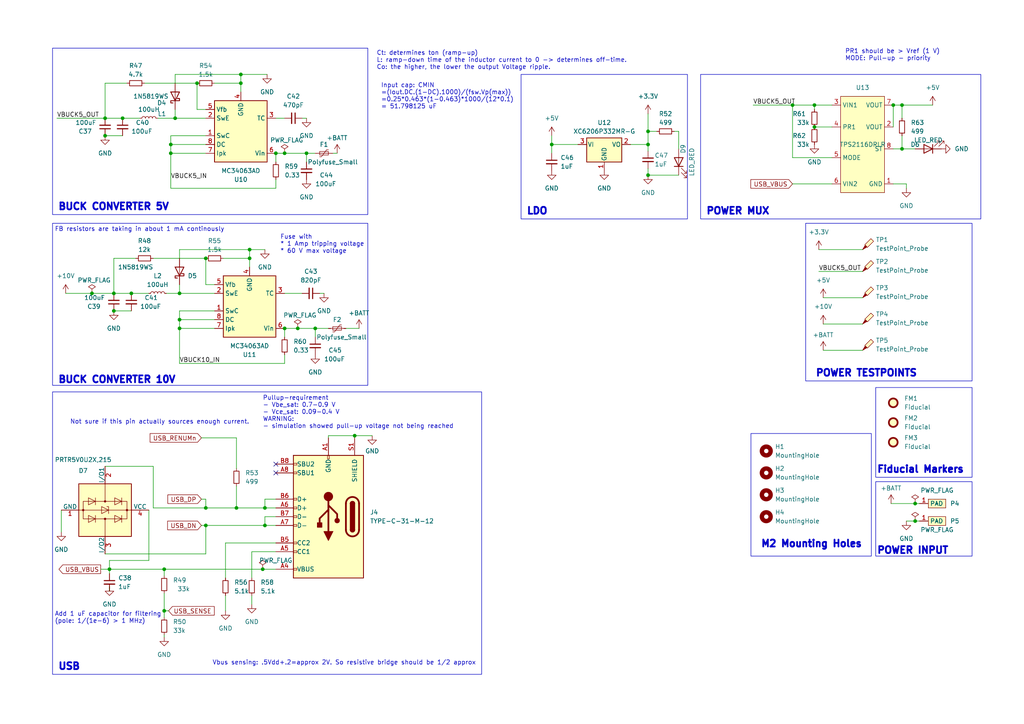
<source format=kicad_sch>
(kicad_sch (version 20231120) (generator "eeschema") (generator_version "8.0")
  (paper "A4")
  (title_block (title "BLDC Driver Project") (rev "1.0") (company "IW"))
  (lib_symbols
    (symbol "Connector:TestPoint_Probe" (pin_numbers hide) (pin_names (offset 0.762) hide)
      (property "Reference" "TP" (at 1.651 5.842 0))
      (property "Value" "TestPoint_Probe" (at 1.651 4.064 0))
      (symbol "TestPoint_Probe_1_1"
        (pin passive line (at 0 0 90) (length 0) (name "1") (number "1"))
      )
    )
    (symbol "Connector:USB_C_Receptacle_USB2.0_16P" (pin_names (offset 1.016))
      (property "Reference" "J" (at 0 22.225 0))
      (property "Value" "USB_C_Receptacle_USB2.0_16P" (at 0 19.685 0))
      (symbol "USB_C_Receptacle_USB2.0_16P_1_1"
        (pin passive line (at 0 -22.86 90) (length 5.08) (name "GND") (number "A1"))
        (pin passive line (at 0 -22.86 90) (length 5.08) hide (name "GND") (number "A12"))
        (pin passive line (at 15.24 15.24 180) (length 5.08) (name "VBUS") (number "A4"))
        (pin bidirectional line (at 15.24 10.16 180) (length 5.08) (name "CC1") (number "A5"))
        (pin bidirectional line (at 15.24 -2.54 180) (length 5.08) (name "D+") (number "A6"))
        (pin bidirectional line (at 15.24 2.54 180) (length 5.08) (name "D-") (number "A7"))
        (pin bidirectional line (at 15.24 -12.7 180) (length 5.08) (name "SBU1") (number "A8"))
        (pin passive line (at 15.24 15.24 180) (length 5.08) hide (name "VBUS") (number "A9"))
        (pin passive line (at 0 -22.86 90) (length 5.08) hide (name "GND") (number "B1"))
        (pin passive line (at 0 -22.86 90) (length 5.08) hide (name "GND") (number "B12"))
        (pin passive line (at 15.24 15.24 180) (length 5.08) hide (name "VBUS") (number "B4"))
        (pin bidirectional line (at 15.24 7.62 180) (length 5.08) (name "CC2") (number "B5"))
        (pin bidirectional line (at 15.24 -5.08 180) (length 5.08) (name "D+") (number "B6"))
        (pin bidirectional line (at 15.24 0 180) (length 5.08) (name "D-") (number "B7"))
        (pin bidirectional line (at 15.24 -15.24 180) (length 5.08) (name "SBU2") (number "B8"))
        (pin passive line (at 15.24 15.24 180) (length 5.08) hide (name "VBUS") (number "B9"))
        (pin passive line (at -7.62 -22.86 90) (length 5.08) (name "SHIELD") (number "S1"))
      )
    )
    (symbol "Device:C_Small" (pin_numbers hide) (pin_names (offset 0.254) hide)
      (property "Reference" "C" (at 0.254 1.778 0))
      (property "Value" "C_Small" (at 0.254 -2.032 0))
      (symbol "C_Small_1_1"
        (pin passive line (at 0 2.54 270) (length 2.032) (name "~") (number "1"))
        (pin passive line (at 0 -2.54 90) (length 2.032) (name "~") (number "2"))
      )
    )
    (symbol "Device:LED" (pin_numbers hide) (pin_names (offset 1.016) hide)
      (property "Reference" "D" (at 0 2.54 0))
      (property "Value" "LED" (at 0 -2.54 0))
      (symbol "LED_1_1"
        (pin passive line (at -3.81 0 0) (length 2.54) (name "K") (number "1"))
        (pin passive line (at 3.81 0 180) (length 2.54) (name "A") (number "2"))
      )
    )
    (symbol "Device:L_Small" (pin_numbers hide) (pin_names (offset 0.254) hide)
      (property "Reference" "L" (at 0.762 1.016 0))
      (property "Value" "L_Small" (at 0.762 -1.016 0))
      (symbol "L_Small_1_1"
        (pin passive line (at 0 2.54 270) (length 0.508) (name "~") (number "1"))
        (pin passive line (at 0 -2.54 90) (length 0.508) (name "~") (number "2"))
      )
    )
    (symbol "Device:Polyfuse_Small" (pin_numbers hide) (pin_names (offset 0))
      (property "Reference" "F" (at -1.905 0 90))
      (property "Value" "Polyfuse_Small" (at 1.905 0 90))
      (symbol "Polyfuse_Small_1_1"
        (pin passive line (at 0 2.54 270) (length 0.635) (name "~") (number "1"))
        (pin passive line (at 0 -2.54 90) (length 0.635) (name "~") (number "2"))
      )
    )
    (symbol "Device:R_Small" (pin_numbers hide) (pin_names (offset 0.254) hide)
      (property "Reference" "R" (at 0.762 0.508 0))
      (property "Value" "R_Small" (at 0.762 -1.016 0))
      (symbol "R_Small_1_1"
        (pin passive line (at 0 2.54 270) (length 0.762) (name "~") (number "1"))
        (pin passive line (at 0 -2.54 90) (length 0.762) (name "~") (number "2"))
      )
    )
    (symbol "Diode:1N5819" (pin_numbers hide) (pin_names (offset 1.016) hide)
      (property "Reference" "D" (at 0 2.54 0))
      (property "Value" "1N5819" (at 0 -2.54 0))
      (symbol "1N5819_1_1"
        (pin passive line (at -3.81 0 0) (length 2.54) (name "K") (number "1"))
        (pin passive line (at 3.81 0 180) (length 2.54) (name "A") (number "2"))
      )
    )
    (symbol "Mechanical:Fiducial"
      (property "Reference" "FID" (at 0 5.08 0))
      (property "Value" "Fiducial" (at 0 3.175 0))
    )
    (symbol "Mechanical:MountingHole" (pin_names (offset 1.016))
      (property "Reference" "H" (at 0 5.08 0))
      (property "Value" "MountingHole" (at 0 3.175 0))
    )
    (symbol "Power_Protection:PRTR5V0U2X" (pin_names (offset 0))
      (property "Reference" "D" (at 2.794 8.636 0))
      (property "Value" "PRTR5V0U2X" (at 8.128 -9.398 0))
      (symbol "PRTR5V0U2X_1_1"
        (pin passive line (at 0 -12.7 90) (length 5.08) (name "GND") (number "1"))
        (pin passive line (at -12.7 0 0) (length 5.08) (name "I/O1") (number "2"))
        (pin passive line (at 12.7 0 180) (length 5.08) (name "I/O2") (number "3"))
        (pin passive line (at 0 12.7 270) (length 5.08) (name "VCC") (number "4"))
      )
    )
    (symbol "Regulator_Linear:XC6206PxxxMR" (pin_names (offset 0.254))
      (property "Reference" "U" (at -3.81 3.175 0))
      (property "Value" "XC6206PxxxMR" (at 0 3.175 0))
      (symbol "XC6206PxxxMR_1_1"
        (pin power_in line (at 0 -7.62 90) (length 2.54) (name "GND") (number "1"))
        (pin power_out line (at 7.62 0 180) (length 2.54) (name "VO") (number "2"))
        (pin power_in line (at -7.62 0 0) (length 2.54) (name "VI") (number "3"))
      )
    )
    (symbol "Regulator_Switching:MC34063AD"
      (property "Reference" "U" (at -7.62 8.89 0))
      (property "Value" "MC34063AD" (at 0 8.89 0))
      (symbol "MC34063AD_1_1"
        (pin open_collector line (at 10.16 0 180) (length 2.54) (name "SwC") (number "1"))
        (pin open_emitter line (at 10.16 -5.08 180) (length 2.54) (name "SwE") (number "2"))
        (pin passive line (at -10.16 -5.08 0) (length 2.54) (name "TC") (number "3"))
        (pin power_in line (at 0 -12.7 90) (length 2.54) (name "GND") (number "4"))
        (pin input line (at 10.16 -7.62 180) (length 2.54) (name "Vfb") (number "5"))
        (pin power_in line (at -10.16 5.08 0) (length 2.54) (name "Vin") (number "6"))
        (pin input line (at 10.16 5.08 180) (length 2.54) (name "Ipk") (number "7"))
        (pin open_collector line (at 10.16 2.54 180) (length 2.54) (name "DC") (number "8"))
      )
    )
    (symbol "bldc:TPS2116"
      (property "Reference" "U" (at 0 0 0))
      (symbol "TPS2116_1_1"
        (pin power_in line (at 8.89 -11.43 180) (length 2.54) (name "GND") (number "1"))
        (pin passive line (at 8.89 5.08 180) (length 2.54) (name "VOUT") (number "2"))
        (pin power_out line (at -8.89 11.43 0) (length 2.54) (name "VIN1") (number "3"))
        (pin input line (at -8.89 5.08 0) (length 2.54) (name "PR1") (number "4"))
        (pin input line (at -8.89 -3.81 0) (length 2.54) (name "MODE") (number "5"))
        (pin power_in line (at -8.89 -11.43 0) (length 2.54) (name "VIN2") (number "6"))
        (pin power_out line (at 8.89 11.43 180) (length 2.54) (name "VOUT") (number "7"))
        (pin output line (at 8.89 -1.27 180) (length 2.54) (name "ST") (number "8"))
      )
    )
    (symbol "bldc:pad"
      (property "Reference" "P" (at -2.54 2.54 0))
      (symbol "pad_1_1"
        (pin input line (at -5.08 0 0) (length 2.54) (name "PAD") (number "1"))
      )
    )
    (symbol "power:+10V" (power) (pin_names (offset 0))
      (property "Value" "+10V" (at 0 3.556 0))
      (symbol "+10V_1_1"
        (pin power_in line (at 0 0 90) (length 0) hide (name "+10V") (number "1"))
      )
    )
    (symbol "power:+3.3V" (power) (pin_names (offset 0))
      (property "Value" "+3.3V" (at 0 3.556 0))
      (symbol "+3.3V_1_1"
        (pin power_in line (at 0 0 90) (length 0) hide (name "+3.3V") (number "1"))
      )
    )
    (symbol "power:+5V" (power) (pin_names (offset 0))
      (property "Value" "+5V" (at 0 3.556 0))
      (symbol "+5V_1_1"
        (pin power_in line (at 0 0 90) (length 0) hide (name "+5V") (number "1"))
      )
    )
    (symbol "power:+BATT" (power) (pin_names (offset 0))
      (property "Value" "+BATT" (at 0 3.556 0))
      (symbol "+BATT_1_1"
        (pin power_in line (at 0 0 90) (length 0) hide (name "+BATT") (number "1"))
      )
    )
    (symbol "power:GND" (power) (pin_names (offset 0))
      (property "Value" "GND" (at 0 -3.81 0))
      (symbol "GND_1_1"
        (pin power_in line (at 0 0 270) (length 0) hide (name "GND") (number "1"))
      )
    )
    (symbol "power:PWR_FLAG" (power) (pin_numbers hide) (pin_names (offset 0) hide)
      (property "Value" "PWR_FLAG" (at 0 3.81 0))
      (symbol "PWR_FLAG_0_0"
        (pin power_out line (at 0 0 90) (length 0) (name "pwr") (number "1"))
      )
    )
  )
  (junction (at 102.87 126.365))
  (junction (at 187.96 41.91))
  (junction (at 236.22 30.48))
  (junction (at 38.1 85.09))
  (junction (at 76.2 165.1))
  (junction (at 80.01 44.45))
  (junction (at 35.56 34.29))
  (junction (at 49.53 44.45))
  (junction (at 47.625 177.165))
  (junction (at 49.53 41.91))
  (junction (at 52.07 92.71))
  (junction (at 229.87 30.48))
  (junction (at 261.62 43.18))
  (junction (at 265.43 151.13))
  (junction (at 47.625 165.1))
  (junction (at 259.08 30.48))
  (junction (at 26.67 85.09))
  (junction (at 82.55 95.25))
  (junction (at 72.39 72.39))
  (junction (at 72.39 74.93))
  (junction (at 86.36 95.25))
  (junction (at 59.69 74.93))
  (junction (at 265.43 146.05))
  (junction (at 52.07 95.25))
  (junction (at 261.62 30.48))
  (junction (at 88.9 44.45))
  (junction (at 68.58 147.32))
  (junction (at 76.835 152.4))
  (junction (at 33.02 90.17))
  (junction (at 187.96 50.8))
  (junction (at 160.02 41.91))
  (junction (at 82.55 44.45))
  (junction (at 69.85 24.13))
  (junction (at 59.69 147.32))
  (junction (at 31.75 165.1))
  (junction (at 59.69 152.4))
  (junction (at 30.48 34.29))
  (junction (at 76.835 147.32))
  (junction (at 236.22 36.83))
  (junction (at 30.48 39.37))
  (junction (at 50.8 34.29))
  (junction (at 187.96 38.1))
  (junction (at 52.07 85.09))
  (junction (at 69.85 21.59))
  (junction (at 33.02 85.09))
  (junction (at 91.44 95.25))
  (junction (at 57.15 24.13))
  (no_connect (at 80.01 137.16))
  (no_connect (at 80.01 134.62))
  (wire (pts (xy 167.64 41.91) (xy 160.02 41.91)))
  (wire (pts (xy 80.01 44.45) (xy 80.01 46.99)))
  (wire (pts (xy 265.43 151.13) (xy 262.89 151.13)))
  (wire (pts (xy 52.07 85.09) (xy 62.23 85.09)))
  (wire (pts (xy 52.07 82.55) (xy 52.07 85.09)))
  (wire (pts (xy 58.42 152.4) (xy 59.69 152.4)))
  (wire (pts (xy 88.9 46.99) (xy 88.9 44.45)))
  (wire (pts (xy 68.58 147.32) (xy 76.835 147.32)))
  (wire (pts (xy 82.55 85.09) (xy 87.63 85.09)))
  (wire (pts (xy 65.405 157.48) (xy 65.405 167.64)))
  (wire (pts (xy 49.53 44.45) (xy 49.53 54.61)))
  (wire (pts (xy 52.07 95.25) (xy 62.23 95.25)))
  (wire (pts (xy 102.87 126.365) (xy 107.95 126.365)))
  (wire (pts (xy 92.71 85.09) (xy 93.98 85.09)))
  (wire (pts (xy 50.8 34.29) (xy 59.69 34.29)))
  (wire (pts (xy 64.77 74.93) (xy 72.39 74.93)))
  (wire (pts (xy 59.69 147.32) (xy 68.58 147.32)))
  (wire (pts (xy 39.37 74.93) (xy 33.02 74.93)))
  (wire (pts (xy 52.07 95.25) (xy 52.07 92.71)))
  (wire (pts (xy 31.75 171.45) (xy 31.75 170.18)))
  (wire (pts (xy 52.07 92.71) (xy 52.07 90.17)))
  (wire (pts (xy 49.53 44.45) (xy 49.53 41.91)))
  (wire (pts (xy 30.48 24.13) (xy 30.48 34.29)))
  (wire (pts (xy 241.3 45.72) (xy 229.87 45.72)))
  (wire (pts (xy 58.42 127) (xy 68.58 127)))
  (wire (pts (xy 44.45 147.32) (xy 59.69 147.32)))
  (wire (pts (xy 69.85 24.13) (xy 69.85 26.67)))
  (wire (pts (xy 49.53 39.37) (xy 59.69 39.37)))
  (wire (pts (xy 261.62 30.48) (xy 261.62 34.29)))
  (wire (pts (xy 19.05 85.09) (xy 26.67 85.09)))
  (wire (pts (xy 77.47 21.59) (xy 69.85 21.59)))
  (wire (pts (xy 31.75 165.1) (xy 47.625 165.1)))
  (wire (pts (xy 237.49 78.74) (xy 250.19 78.74)))
  (wire (pts (xy 49.53 41.91) (xy 59.69 41.91)))
  (wire (pts (xy 80.01 165.1) (xy 76.2 165.1)))
  (wire (pts (xy 48.895 177.165) (xy 47.625 177.165)))
  (wire (pts (xy 52.07 92.71) (xy 62.23 92.71)))
  (wire (pts (xy 100.33 95.25) (xy 104.14 95.25)))
  (wire (pts (xy 52.07 105.41) (xy 52.07 95.25)))
  (wire (pts (xy 73.025 160.02) (xy 80.01 160.02)))
  (wire (pts (xy 57.15 24.13) (xy 57.15 31.75)))
  (wire (pts (xy 52.07 90.17) (xy 62.23 90.17)))
  (wire (pts (xy 261.62 43.18) (xy 265.43 43.18)))
  (wire (pts (xy 30.48 39.37) (xy 35.56 39.37)))
  (wire (pts (xy 196.85 38.1) (xy 195.58 38.1)))
  (wire (pts (xy 266.7 151.13) (xy 265.43 151.13)))
  (wire (pts (xy 49.53 41.91) (xy 49.53 39.37)))
  (wire (pts (xy 73.025 160.02) (xy 73.025 167.64)))
  (wire (pts (xy 16.51 34.29) (xy 30.48 34.29)))
  (wire (pts (xy 229.87 45.72) (xy 229.87 30.48)))
  (wire (pts (xy 49.53 44.45) (xy 59.69 44.45)))
  (wire (pts (xy 160.02 41.91) (xy 160.02 44.45)))
  (wire (pts (xy 62.23 82.55) (xy 59.69 82.55)))
  (wire (pts (xy 80.01 157.48) (xy 65.405 157.48)))
  (wire (pts (xy 50.8 21.59) (xy 69.85 21.59)))
  (wire (pts (xy 261.62 43.18) (xy 259.08 43.18)))
  (wire (pts (xy 43.18 162.56) (xy 31.75 162.56)))
  (wire (pts (xy 187.96 48.895) (xy 187.96 50.8)))
  (wire (pts (xy 30.48 34.29) (xy 35.56 34.29)))
  (wire (pts (xy 86.36 95.25) (xy 91.44 95.25)))
  (wire (pts (xy 187.96 38.1) (xy 187.96 41.91)))
  (wire (pts (xy 33.02 85.09) (xy 38.1 85.09)))
  (wire (pts (xy 82.55 95.25) (xy 82.55 97.79)))
  (wire (pts (xy 45.72 34.29) (xy 50.8 34.29)))
  (wire (pts (xy 259.08 30.48) (xy 259.08 36.83)))
  (wire (pts (xy 36.83 24.13) (xy 30.48 24.13)))
  (wire (pts (xy 47.625 172.085) (xy 47.625 177.165)))
  (wire (pts (xy 250.19 93.98) (xy 238.76 93.98)))
  (wire (pts (xy 47.625 177.165) (xy 47.625 179.07)))
  (wire (pts (xy 95.25 95.25) (xy 91.44 95.25)))
  (wire (pts (xy 82.55 95.25) (xy 86.36 95.25)))
  (wire (pts (xy 59.69 144.78) (xy 59.69 147.32)))
  (wire (pts (xy 59.69 74.93) (xy 59.69 82.55)))
  (wire (pts (xy 95.25 126.365) (xy 102.87 126.365)))
  (wire (pts (xy 259.08 30.48) (xy 261.62 30.48)))
  (wire (pts (xy 47.625 184.785) (xy 47.625 184.15)))
  (wire (pts (xy 236.22 30.48) (xy 236.22 31.75)))
  (wire (pts (xy 76.835 144.78) (xy 76.835 147.32)))
  (wire (pts (xy 35.56 34.29) (xy 40.64 34.29)))
  (wire (pts (xy 33.02 74.93) (xy 33.02 85.09)))
  (wire (pts (xy 41.91 24.13) (xy 57.15 24.13)))
  (wire (pts (xy 59.69 160.655) (xy 59.69 152.4)))
  (wire (pts (xy 250.19 86.36) (xy 238.76 86.36)))
  (wire (pts (xy 33.02 90.17) (xy 38.1 90.17)))
  (wire (pts (xy 259.08 53.34) (xy 262.89 53.34)))
  (wire (pts (xy 236.22 36.83) (xy 241.3 36.83)))
  (wire (pts (xy 187.96 50.8) (xy 196.85 50.8)))
  (wire (pts (xy 52.07 105.41) (xy 82.55 105.41)))
  (wire (pts (xy 58.42 144.78) (xy 59.69 144.78)))
  (wire (pts (xy 237.49 72.39) (xy 250.19 72.39)))
  (wire (pts (xy 50.8 31.75) (xy 50.8 34.29)))
  (wire (pts (xy 187.96 41.91) (xy 187.96 43.815)))
  (wire (pts (xy 96.52 44.45) (xy 97.79 44.45)))
  (wire (pts (xy 250.19 101.6) (xy 238.76 101.6)))
  (wire (pts (xy 49.53 54.61) (xy 80.01 54.61)))
  (wire (pts (xy 73.025 172.72) (xy 73.025 175.26)))
  (wire (pts (xy 160.02 39.37) (xy 160.02 41.91)))
  (wire (pts (xy 102.87 126.365) (xy 102.87 127)))
  (wire (pts (xy 44.45 135.255) (xy 44.45 147.32)))
  (wire (pts (xy 59.69 31.75) (xy 57.15 31.75)))
  (wire (pts (xy 38.1 85.09) (xy 43.18 85.09)))
  (wire (pts (xy 44.45 74.93) (xy 59.69 74.93)))
  (wire (pts (xy 91.44 97.79) (xy 91.44 95.25)))
  (wire (pts (xy 17.78 154.305) (xy 17.78 147.955)))
  (wire (pts (xy 82.55 44.45) (xy 88.9 44.45)))
  (wire (pts (xy 65.405 172.72) (xy 65.405 177.165)))
  (wire (pts (xy 48.26 85.09) (xy 52.07 85.09)))
  (wire (pts (xy 26.67 85.09) (xy 33.02 85.09)))
  (wire (pts (xy 261.62 39.37) (xy 261.62 43.18)))
  (wire (pts (xy 69.85 21.59) (xy 69.85 24.13)))
  (wire (pts (xy 87.63 34.29) (xy 88.9 34.29)))
  (wire (pts (xy 76.835 152.4) (xy 80.01 152.4)))
  (wire (pts (xy 62.23 24.13) (xy 69.85 24.13)))
  (wire (pts (xy 88.9 44.45) (xy 91.44 44.45)))
  (wire (pts (xy 196.85 38.1) (xy 196.85 43.18)))
  (wire (pts (xy 82.55 102.87) (xy 82.55 105.41)))
  (wire (pts (xy 47.625 165.1) (xy 47.625 167.005)))
  (wire (pts (xy 31.75 162.56) (xy 31.75 165.1)))
  (wire (pts (xy 80.01 44.45) (xy 82.55 44.45)))
  (wire (pts (xy 218.44 30.48) (xy 229.87 30.48)))
  (wire (pts (xy 236.22 30.48) (xy 241.3 30.48)))
  (wire (pts (xy 187.96 33.02) (xy 187.96 38.1)))
  (wire (pts (xy 187.96 38.1) (xy 190.5 38.1)))
  (wire (pts (xy 59.69 152.4) (xy 76.835 152.4)))
  (wire (pts (xy 76.835 147.32) (xy 80.01 147.32)))
  (wire (pts (xy 68.58 127) (xy 68.58 135.89)))
  (wire (pts (xy 50.8 24.13) (xy 50.8 21.59)))
  (wire (pts (xy 76.835 149.86) (xy 76.835 152.4)))
  (wire (pts (xy 31.75 166.37) (xy 31.75 165.1)))
  (wire (pts (xy 43.18 147.955) (xy 43.18 162.56)))
  (wire (pts (xy 182.88 41.91) (xy 187.96 41.91)))
  (wire (pts (xy 80.01 149.86) (xy 76.835 149.86)))
  (wire (pts (xy 266.7 146.05) (xy 265.43 146.05)))
  (wire (pts (xy 29.21 165.1) (xy 31.75 165.1)))
  (wire (pts (xy 72.39 72.39) (xy 72.39 74.93)))
  (wire (pts (xy 229.87 30.48) (xy 236.22 30.48)))
  (wire (pts (xy 76.835 72.39) (xy 72.39 72.39)))
  (wire (pts (xy 229.87 53.34) (xy 241.3 53.34)))
  (wire (pts (xy 52.07 72.39) (xy 72.39 72.39)))
  (wire (pts (xy 258.445 146.05) (xy 265.43 146.05)))
  (wire (pts (xy 52.07 74.93) (xy 52.07 72.39)))
  (wire (pts (xy 30.48 160.655) (xy 59.69 160.655)))
  (wire (pts (xy 80.01 34.29) (xy 82.55 34.29)))
  (wire (pts (xy 80.01 144.78) (xy 76.835 144.78)))
  (wire (pts (xy 262.89 53.34) (xy 262.89 54.61)))
  (wire (pts (xy 95.25 126.365) (xy 95.25 127)))
  (wire (pts (xy 30.48 135.255) (xy 44.45 135.255)))
  (wire (pts (xy 76.2 165.1) (xy 47.625 165.1)))
  (wire (pts (xy 270.51 30.48) (xy 261.62 30.48)))
  (wire (pts (xy 72.39 74.93) (xy 72.39 77.47)))
  (wire (pts (xy 80.01 52.07) (xy 80.01 54.61)))
  (wire (pts (xy 68.58 147.32) (xy 68.58 140.97)))
  (rectangle (start 151.13 21.59) (end 199.39 63.5))
  (rectangle (start 15.24 13.97) (end 106.68 62.23))
  (rectangle (start 254 112.395) (end 281.94 138.43))
  (rectangle (start 15.24 64.77) (end 106.68 111.76))
  (rectangle (start 15.24 113.665) (end 139.7 195.58))
  (rectangle (start 217.805 125.73) (end 252.73 161.29))
  (rectangle (start 203.2 21.59) (end 284.48 63.5))
  (rectangle (start 233.68 64.77) (end 281.94 110.49))
  (rectangle (start 254 139.7) (end 281.94 161.29))
  (text_box "POWER INPUT" (at 252.73 156.845 0) (size 25.4 5.08) (stroke (width -0.0001)) (effects (font (size 2 2) (thickness 2) (bold yes)) (justify left top)))
  (text_box "USB\n" (at 15.24 190.5 0) (size 10.16 5.08) (stroke (width -0.0001)) (effects (font (size 2 2) (thickness 2) (bold yes)) (justify left top)))
  (text_box "Fiducial Markers" (at 252.73 133.35 0) (size 34.29 5.08) (stroke (width -0.0001)) (effects (font (size 2 2) (thickness 2) (bold yes)) (justify left top)))
  (text_box "POWER TESTPOINTS" (at 234.95 105.41 0) (size 43.18 5.08) (stroke (width -0.0001)) (effects (font (size 2 2) (thickness 2) (bold yes)) (justify left top)))
  (text_box "LDO" (at 151.13 58.42 0) (size 43.18 5.08) (stroke (width -0.0001)) (effects (font (size 2 2) (thickness 2) (bold yes)) (justify left top)))
  (text_box "POWER MUX\n" (at 203.2 58.42 0) (size 43.18 5.08) (stroke (width -0.0001)) (effects (font (size 2 2) (thickness 2) (bold yes)) (justify left top)))
  (text_box "BUCK CONVERTER 5V" (at 15.24 57.15 0) (size 43.18 5.08) (stroke (width -0.0001)) (effects (font (size 2 2) (thickness 2) (bold yes)) (justify left top)))
  (text_box "BUCK CONVERTER 10V" (at 15.24 107.315 0) (size 43.18 5.08) (stroke (width -0.0001)) (effects (font (size 2 2) (thickness 2) (bold yes)) (justify left top)))
  (text_box "M2 Mounting Holes" (at 219.075 154.94 0) (size 34.29 5.08) (stroke (width -0.0001)) (effects (font (size 2 2) (thickness 2) (bold yes)) (justify left top)))
  (text "PR1 should be > Vref (1 V)\nMODE: Pull-up - priority" (at 245.11 17.78 0) (effects (font (size 1.27 1.27)) (justify left bottom)))
  (text "Pullup-requirement\n- Vbe_sat: 0.7-0.9 V\n- Vce_sat: 0.09-0.4 V\nWARNING: \n- simulation showed pull-up voltage not being reached\n" (at 76.2 124.46 0) (effects (font (size 1.27 1.27)) (justify left bottom)))
  (text "Vbus sensing: .5Vdd+.2=approx 2V. So resistive bridge should be 1/2 approx" (at 61.595 193.04 0) (effects (font (size 1.27 1.27)) (justify left bottom)))
  (text "Not sure if this pin actually sources enough current." (at 20.32 123.19 0) (effects (font (size 1.27 1.27)) (justify left bottom)))
  (text "Add 1 uF capacitor for filtering \n(pole: 1/(1e-6) > 1 MHz)" (at 15.875 180.975 0) (effects (font (size 1.27 1.27)) (justify left bottom)))
  (text "FB resistors are taking in about 1 mA continously" (at 15.875 67.31 0) (effects (font (size 1.27 1.27)) (justify left bottom)))
  (text "Fuse with\n* 1 Amp tripping voltage\n* 60 V max voltage" (at 81.28 73.66 0) (effects (font (size 1.27 1.27)) (justify left bottom)))
  (text "Input cap: CMIN\n=(Iout.DC.(1-DC).1000)/(fsw.Vp(max))\n=0.25*0.463*(1-0.463)*1000/(12*0.1)\n= 51.798125 uF" (at 110.49 31.75 0) (effects (font (size 1.27 1.27)) (justify left bottom)))
  (text "Ct: determines ton (ramp-up)\nL: ramp-down time of the inductor current to 0 -> determines off-time.\nCo: the higher, the lower the output Voltage ripple." (at 109.22 20.32 0) (effects (font (size 1.27 1.27)) (justify left bottom)))
  (label "VBUCK5_OUT" (at 218.44 30.48 0))
  (label "VBUCK5_OUT" (at 16.51 34.29 0))
  (label "VBUCK5_IN" (at 49.53 52.07 0))
  (label "VBUCK10_IN" (at 52.07 105.41 0))
  (label "VBUCK5_OUT" (at 237.49 78.74 0))
  (global_label "USB_RENUMn" (shape input) (at 58.42 127 180) (property "Intersheetrefs" "${INTERSHEET_REFS}" (effects (hide yes))))
  (global_label "USB_DN" (shape input) (at 58.42 152.4 180) (property "Intersheetrefs" "${INTERSHEET_REFS}" (effects (hide yes))))
  (global_label "USB_VBUS" (shape input) (at 229.87 53.34 180) (property "Intersheetrefs" "${INTERSHEET_REFS}" (effects (hide yes))))
  (global_label "USB_DP" (shape input) (at 58.42 144.78 180) (property "Intersheetrefs" "${INTERSHEET_REFS}" (effects (hide yes))))
  (global_label "USB_VBUS" (shape output) (at 29.21 165.1 180) (property "Intersheetrefs" "${INTERSHEET_REFS}" (effects (hide yes))))
  (global_label "USB_SENSE" (shape input) (at 48.895 177.165 0) (property "Intersheetrefs" "${INTERSHEET_REFS}" (effects (hide yes))))
  (symbol (lib_id "power:GND") (at 88.9 34.29 0) (unit 1)
    (property "Reference" "#PWR072" (effects (hide yes)))
    (property "Value" "GND" (at 88.9 39.37 0))
  )
  (symbol (lib_id "Device:R_Small") (at 47.625 169.545 0) (unit 1)
    (property "Reference" "R49" (at 50.165 168.275 0) (effects (justify left)))
    (property "Value" "33k" (at 51.435 170.815 0) (effects (justify left)))
    (property "Footprint" "Resistor_SMD:R_0603_1608Metric" (effects (hide yes)))
    (property "Datasheet" "https://wmsc.lcsc.com/wmsc/upload/file/pdf/v2/lcsc/2206010230_UNI-ROYAL-Uniroyal-Elec-0603WAF3302T5E_C4216.pdf" (effects (hide yes)))
    (property "Manufacturing part number" "0603WAF3302T5E" (effects (hide yes)))
    (property "LCSC Part Number" "C4216" (effects (hide yes)))
  )
  (symbol (lib_id "power:GND") (at 91.44 102.87 0) (unit 1)
    (property "Reference" "#PWR076" (effects (hide yes)))
    (property "Value" "GND" (at 91.44 107.95 0))
  )
  (symbol (lib_id "Regulator_Linear:XC6206PxxxMR") (at 175.26 41.91 0) (unit 1)
    (property "Reference" "U12" (at 175.26 35.56 0))
    (property "Value" "XC6206P332MR-G" (at 175.26 38.1 0))
    (property "Footprint" "Package_TO_SOT_SMD:SOT-23" (effects (hide yes)))
    (property "Datasheet" "https://www.torexsemi.com/file/xc6206/XC6206.pdf" (effects (hide yes)))
    (property "Manufacturing part number" "XC6206P332MR-G" (effects (hide yes)))
    (property "LCSC Part Number" "C5446" (effects (hide yes)))
  )
  (symbol (lib_id "Device:C_Small") (at 38.1 87.63 0) (unit 1)
    (property "Reference" "C41" (at 41.91 86.36 0) (effects (justify left)))
    (property "Value" "100uF" (at 40.64 88.9 0) (effects (justify left)))
    (property "Footprint" "Capacitor_SMD:C_1210_3225Metric" (effects (hide yes)))
    (property "Datasheet" "https://wmsc.lcsc.com/wmsc/upload/file/pdf/v2/lcsc/2304140030_Hunan-Xiangyee-in-S-T-CA55-B6R3M107T_C568913.pdf" (effects (hide yes)))
    (property "Manufacturing part number" "CA55-B6R3M107T" (effects (hide yes)))
    (property "LCSC Part Number" "C568913" (effects (hide yes)))
  )
  (symbol (lib_id "Mechanical:MountingHole") (at 222.25 137.16 0) (unit 1)
    (property "Reference" "H2" (at 224.79 135.89 0) (effects (justify left)))
    (property "Value" "MountingHole" (at 224.79 138.43 0) (effects (justify left)))
    (property "Footprint" "bldc:MountingHole_1.152mm_jlcpcb" (effects (hide yes)))
  )
  (symbol (lib_id "Device:C_Small") (at 91.44 100.33 0) (unit 1)
    (property "Reference" "C45" (at 95.25 101.6 0) (effects (justify left)))
    (property "Value" "100uF" (at 93.98 104.14 0) (effects (justify left)))
    (property "Footprint" "Capacitor_SMD:C_1210_3225Metric" (effects (hide yes)))
    (property "Datasheet" "https://wmsc.lcsc.com/wmsc/upload/file/pdf/v2/lcsc/2304140030_Hunan-Xiangyee-in-S-T-CA55-B6R3M107T_C568913.pdf" (effects (hide yes)))
    (property "Manufacturing part number" "CA55-B6R3M107T" (effects (hide yes)))
    (property "LCSC Part Number" "C568913" (effects (hide yes)))
  )
  (symbol (lib_id "Device:R_Small") (at 39.37 24.13 270) (unit 1)
    (property "Reference" "R47" (at 39.37 19.05 90))
    (property "Value" "4.7k" (at 39.37 21.59 90))
    (property "Footprint" "Resistor_SMD:R_0805_2012Metric" (effects (hide yes)))
    (property "Datasheet" "https://wmsc.lcsc.com/wmsc/upload/file/pdf/v2/lcsc/2206010200_UNI-ROYAL-Uniroyal-Elec-0805W8F4701T5E_C17673.pdf" (effects (hide yes)))
    (property "Manufacturing part number" "0805W8F4701T5E" (effects (hide yes)))
    (property "LCSC Part Number" "C17673" (effects (hide yes)))
  )
  (symbol (lib_id "Device:R_Small") (at 236.22 34.29 0) (unit 1)
    (property "Reference" "R61" (at 229.87 33.02 0) (effects (justify left)))
    (property "Value" "33k" (at 231.14 35.56 0) (effects (justify left)))
    (property "Footprint" "Resistor_SMD:R_0603_1608Metric" (effects (hide yes)))
    (property "Datasheet" "https://wmsc.lcsc.com/wmsc/upload/file/pdf/v2/lcsc/2206010230_UNI-ROYAL-Uniroyal-Elec-0603WAF3302T5E_C4216.pdf" (effects (hide yes)))
    (property "Manufacturing part number" "0603WAF3302T5E" (effects (hide yes)))
    (property "LCSC Part Number" "C4216" (effects (hide yes)))
  )
  (symbol (lib_id "Diode:1N5819") (at 52.07 78.74 90) (unit 1)
    (property "Reference" "D5" (at 57.15 80.01 90) (effects (justify left)))
    (property "Value" "1N5819WS" (at 44.45 77.47 90) (effects (justify left)))
    (property "Footprint" "Diode_SMD:D_SOD-323" (effects (hide yes)))
    (property "Datasheet" "https://wmsc.lcsc.com/wmsc/upload/file/pdf/v2/lcsc/2204281430_Guangdong-Hottech-1N5819WS_C191023.pdf" (effects (hide yes)))
    (property "Manufacturing part number" "1N5819WS" (effects (hide yes)))
    (property "LCSC Part Number" "C191023" (effects (hide yes)))
  )
  (symbol (lib_id "Device:R_Small") (at 82.55 100.33 0) (unit 1)
    (property "Reference" "R60" (at 85.09 99.06 0) (effects (justify left)))
    (property "Value" "0.33" (at 85.09 101.6 0) (effects (justify left)))
    (property "Footprint" "Resistor_SMD:R_1206_3216Metric" (effects (hide yes)))
    (property "Datasheet" "https://wmsc.lcsc.com/wmsc/upload/file/pdf/v2/lcsc/2205311845_UNI-ROYAL-Uniroyal-Elec-25121WF330LT4E_C25468.pdf" (effects (hide yes)))
    (property "Manufacturing part number" "1206W4J033KT5E" (effects (hide yes)))
    (property "LCSC Part Number" "C25347" (effects (hide yes)))
  )
  (symbol (lib_id "power:GND") (at 236.22 41.91 0) (unit 1)
    (property "Reference" "#PWR086" (effects (hide yes)))
    (property "Value" "GND" (at 236.22 46.99 0))
  )
  (symbol (lib_id "Device:R_Small") (at 65.405 170.18 180) (unit 1)
    (property "Reference" "R56" (at 67.945 168.91 0) (effects (justify right)))
    (property "Value" "5.1k" (at 67.945 171.45 0) (effects (justify right)))
    (property "Footprint" "Resistor_SMD:R_0805_2012Metric" (effects (hide yes)))
    (property "Datasheet" "https://wmsc.lcsc.com/wmsc/upload/file/pdf/v2/lcsc/2206010030_UNI-ROYAL-Uniroyal-Elec-0805W8F5101T5E_C27834.pdf" (effects (hide yes)))
    (property "Manufacturing part number" "0805W8F5101T5E" (effects (hide yes)))
    (property "LCSC Part Number" "C27834" (effects (hide yes)))
  )
  (symbol (lib_id "power:+5V") (at 270.51 30.48 0) (unit 1)
    (property "Reference" "#PWR088" (effects (hide yes)))
    (property "Value" "+5V" (at 270.51 25.4 0))
  )
  (symbol (lib_id "power:+3.3V") (at 237.49 72.39 0) (unit 1)
    (property "Reference" "#PWR090" (effects (hide yes)))
    (property "Value" "+3.3V" (at 237.49 67.31 0))
  )
  (symbol (lib_id "Diode:1N5819") (at 50.8 27.94 90) (unit 1)
    (property "Reference" "D4" (at 48.26 29.845 90) (effects (justify left)))
    (property "Value" "1N5819WS" (at 48.895 27.94 90) (effects (justify left)))
    (property "Footprint" "Diode_SMD:D_SOD-323" (effects (hide yes)))
    (property "Datasheet" "https://wmsc.lcsc.com/wmsc/upload/file/pdf/v2/lcsc/2204281430_Guangdong-Hottech-1N5819WS_C191023.pdf" (effects (hide yes)))
    (property "Manufacturing part number" "1N5819WS" (effects (hide yes)))
    (property "LCSC Part Number" "C191023" (effects (hide yes)))
  )
  (symbol (lib_id "power:+10V") (at 238.76 93.98 0) (unit 1)
    (property "Reference" "#PWR058" (effects (hide yes)))
    (property "Value" "+10V" (at 238.76 88.9 0))
  )
  (symbol (lib_id "Device:R_Small") (at 261.62 36.83 180) (unit 1)
    (property "Reference" "R63" (at 264.16 35.56 0) (effects (justify right)))
    (property "Value" "499" (at 264.16 38.1 0) (effects (justify right)))
    (property "Footprint" "Resistor_SMD:R_0402_1005Metric" (effects (hide yes)))
    (property "Datasheet" "https://wmsc.lcsc.com/wmsc/upload/file/pdf/v2/lcsc/2206010216_UNI-ROYAL-Uniroyal-Elec-0805W8F1501T5E_C4310.pdf" (effects (hide yes)))
    (property "Manufacturing part number" "0402WGF4990TCE" (effects (hide yes)))
    (property "LCSC Part Number" "C4125" (effects (hide yes)))
  )
  (symbol (lib_id "Device:C_Small") (at 30.48 36.83 180) (unit 1)
    (property "Reference" "C37" (at 26.67 38.1 0) (effects (justify left)))
    (property "Value" "100uF" (at 27.94 35.56 0) (effects (justify left)))
    (property "Footprint" "Capacitor_SMD:C_1210_3225Metric" (effects (hide yes)))
    (property "Datasheet" "https://wmsc.lcsc.com/wmsc/upload/file/pdf/v2/lcsc/2304140030_Hunan-Xiangyee-in-S-T-CA55-B6R3M107T_C568913.pdf" (effects (hide yes)))
    (property "Manufacturing part number" "CA55-B6R3M107T" (effects (hide yes)))
    (property "LCSC Part Number" "C568913" (effects (hide yes)))
  )
  (symbol (lib_id "power:GND") (at 88.9 52.07 0) (unit 1)
    (property "Reference" "#PWR073" (effects (hide yes)))
    (property "Value" "GND" (at 88.9 57.15 0))
  )
  (symbol (lib_id "power:GND") (at 93.98 85.09 0) (unit 1)
    (property "Reference" "#PWR074" (effects (hide yes)))
    (property "Value" "GND" (at 93.98 90.17 0))
  )
  (symbol (lib_id "Device:C_Small") (at 187.96 46.355 0) (unit 1)
    (property "Reference" "C47" (at 189.865 45.085 0) (effects (justify left)))
    (property "Value" "1uF" (at 189.865 47.625 0) (effects (justify left)))
    (property "Footprint" "Capacitor_SMD:C_1206_3216Metric" (effects (hide yes)))
    (property "Datasheet" "https://wmsc.lcsc.com/wmsc/upload/file/pdf/v2/lcsc/2304140030_Samsung-Electro-Mechanics-CL31B105KBHNNNE_C1848.pdf" (effects (hide yes)))
    (property "Manufacturing part number" "CL31B105KBHNNNE" (effects (hide yes)))
    (property "LCSC Part Number" "C1848" (effects (hide yes)))
  )
  (symbol (lib_id "Device:R_Small") (at 193.04 38.1 270) (unit 1)
    (property "Reference" "R52" (at 193.04 33.02 90))
    (property "Value" "499" (at 193.04 35.56 90))
    (property "Footprint" "Resistor_SMD:R_0402_1005Metric" (effects (hide yes)))
    (property "Datasheet" "https://wmsc.lcsc.com/wmsc/upload/file/pdf/v2/lcsc/2206010216_UNI-ROYAL-Uniroyal-Elec-0805W8F1501T5E_C4310.pdf" (effects (hide yes)))
    (property "Manufacturing part number" "0402WGF4990TCE" (effects (hide yes)))
    (property "LCSC Part Number" "C4125" (effects (hide yes)))
  )
  (symbol (lib_id "power:+BATT") (at 104.14 95.25 0) (unit 1)
    (property "Reference" "#PWR077" (effects (hide yes)))
    (property "Value" "+BATT" (at 104.14 90.805 0))
  )
  (symbol (lib_id "power:GND") (at 47.625 184.785 0) (unit 1)
    (property "Reference" "#PWR064" (effects (hide yes)))
    (property "Value" "GND" (at 47.625 189.865 0))
  )
  (symbol (lib_id "power:PWR_FLAG") (at 86.36 95.25 0) (unit 1)
    (property "Reference" "#FLG06" (effects (hide yes)))
    (property "Value" "PWR_FLAG" (at 86.995 91.44 0))
  )
  (symbol (lib_id "Mechanical:Fiducial") (at 259.08 116.84 0) (unit 1)
    (property "Reference" "FM1" (at 262.255 115.57 0) (effects (justify left)))
    (property "Value" "Fiducial" (at 262.255 118.11 0) (effects (justify left)))
    (property "Footprint" "Fiducial:Fiducial_1mm_Mask2mm" (effects (hide yes)))
  )
  (symbol (lib_id "Device:Polyfuse_Small") (at 93.98 44.45 90) (unit 1)
    (property "Reference" "F1" (at 93.98 41.91 90))
    (property "Value" "Polyfuse_Small" (at 96.52 46.99 90))
    (property "Footprint" "Fuse:Fuse_1812_4532Metric" (effects (hide yes)))
    (property "Datasheet" "https://wmsc.lcsc.com/wmsc/upload/file/pdf/v2/lcsc/2305121423_BHFUSE-BSMD1812-050-60V_C883142.pdf" (effects (hide yes)))
    (property "Manufacturing part number" "BSMD1812-050-60V" (effects (hide yes)))
    (property "LCSC Part Number" "C883142" (effects (hide yes)))
  )
  (symbol (lib_id "power:+5V") (at 160.02 39.37 0) (unit 1)
    (property "Reference" "#PWR079" (effects (hide yes)))
    (property "Value" "+5V" (at 160.02 34.29 0))
  )
  (symbol (lib_id "power:+BATT") (at 258.445 146.05 0) (unit 1)
    (property "Reference" "#PWR084" (effects (hide yes)))
    (property "Value" "+BATT" (at 258.445 141.605 0))
  )
  (symbol (lib_id "Device:L_Small") (at 45.72 85.09 90) (unit 1)
    (property "Reference" "L2" (at 45.72 80.01 90))
    (property "Value" "100uH" (at 45.72 82.55 90))
    (property "Footprint" "L_Sunlord_SWPA6045S" (effects (hide yes)))
    (property "Datasheet" "https://wmsc.lcsc.com/wmsc/upload/file/pdf/v2/lcsc/2310251551_Sunlord-SWPA6045S101MT_C60633.pdf" (effects (hide yes)))
    (property "Manufacturing part number" "SWPA6045S101MT" (effects (hide yes)))
    (property "LCSC Part Number" "C60633" (effects (hide yes)))
  )
  (symbol (lib_id "Device:LED") (at 196.85 46.99 90) (unit 1)
    (property "Reference" "D9" (at 198.12 43.18 0))
    (property "Value" "LED_RED" (at 200.66 46.99 0))
    (property "Footprint" "LED_SMD:LED_0603_1608Metric" (effects (hide yes)))
    (property "Datasheet" "https://wmsc.lcsc.com/wmsc/upload/file/pdf/v2/lcsc/2308091127_TUOZHAN-F-0603-00139-P2-0603R1TS2-06T-002_C7496820.pdf" (effects (hide yes)))
    (property "Manufacturing part number" "F.0603.00139/P2-0603R1TS2-06T-002" (effects (hide yes)))
    (property "LCSC Part Number" "C7496820" (effects (hide yes)))
  )
  (symbol (lib_id "Device:R_Small") (at 62.23 74.93 90) (unit 1)
    (property "Reference" "R55" (at 62.23 69.85 90))
    (property "Value" "1.5k" (at 62.23 72.39 90))
    (property "Footprint" "Resistor_SMD:R_0805_2012Metric" (effects (hide yes)))
    (property "Datasheet" "https://wmsc.lcsc.com/wmsc/upload/file/pdf/v2/lcsc/2206010216_UNI-ROYAL-Uniroyal-Elec-0805W8F1501T5E_C4310.pdf" (effects (hide yes)))
    (property "Manufacturing part number" "0805W8F1501T5E" (effects (hide yes)))
    (property "LCSC Part Number" "C4310" (effects (hide yes)))
  )
  (symbol (lib_id "power:GND") (at 65.405 177.165 0) (unit 1)
    (property "Reference" "#PWR067" (effects (hide yes)))
    (property "Value" "GND" (at 65.405 182.245 0))
  )
  (symbol (lib_id "Device:R_Small") (at 47.625 181.61 0) (unit 1)
    (property "Reference" "R50" (at 50.165 180.34 0) (effects (justify left)))
    (property "Value" "33k" (at 50.165 182.88 0) (effects (justify left)))
    (property "Footprint" "Resistor_SMD:R_0603_1608Metric" (effects (hide yes)))
    (property "Datasheet" "https://wmsc.lcsc.com/wmsc/upload/file/pdf/v2/lcsc/2206010230_UNI-ROYAL-Uniroyal-Elec-0603WAF3302T5E_C4216.pdf" (effects (hide yes)))
    (property "Manufacturing part number" "0603WAF3302T5E" (effects (hide yes)))
    (property "LCSC Part Number" "C4216" (effects (hide yes)))
  )
  (symbol (lib_id "Connector:TestPoint_Probe") (at 250.19 78.74 0) (unit 1)
    (property "Reference" "TP2" (at 254 75.8825 0) (effects (justify left)))
    (property "Value" "TestPoint_Probe" (at 254 78.4225 0) (effects (justify left)))
    (property "Footprint" "bldc:TestPoint_THTPad_D1.0mm_Drill0.5mm" (effects (hide yes)))
  )
  (symbol (lib_id "Device:C_Small") (at 90.17 85.09 270) (unit 1)
    (property "Reference" "C43" (at 90.1636 78.74 90))
    (property "Value" "820pF" (at 90.1636 81.28 90))
    (property "Footprint" "Capacitor_SMD:C_0805_2012Metric_Pad1.18x1.45mm_HandSolder" (effects (hide yes)))
    (property "Datasheet" "https://wmsc.lcsc.com/wmsc/upload/file/pdf/v2/lcsc/2304140030_Samsung-Electro-Mechanics-CL21B821KBANNNC_C296722.pdf" (effects (hide yes)))
    (property "Manufacturing part number" "CL21B821KBANNNC" (effects (hide yes)))
    (property "LCSC Part Number" "C296722" (effects (hide yes)))
  )
  (symbol (lib_id "power:+BATT") (at 97.79 44.45 0) (unit 1)
    (property "Reference" "#PWR075" (effects (hide yes)))
    (property "Value" "+BATT" (at 97.79 40.005 0))
  )
  (symbol (lib_id "Device:R_Small") (at 59.69 24.13 90) (unit 1)
    (property "Reference" "R54" (at 59.69 19.05 90))
    (property "Value" "1.5k" (at 59.69 21.59 90))
    (property "Footprint" "Resistor_SMD:R_0805_2012Metric" (effects (hide yes)))
    (property "Datasheet" "https://wmsc.lcsc.com/wmsc/upload/file/pdf/v2/lcsc/2206010216_UNI-ROYAL-Uniroyal-Elec-0805W8F1501T5E_C4310.pdf" (effects (hide yes)))
    (property "Manufacturing part number" "0805W8F1501T5E" (effects (hide yes)))
    (property "LCSC Part Number" "C4310" (effects (hide yes)))
  )
  (symbol (lib_id "power:GND") (at 175.26 49.53 0) (unit 1)
    (property "Reference" "#PWR081" (effects (hide yes)))
    (property "Value" "GND" (at 175.26 54.61 0))
  )
  (symbol (lib_id "power:GND") (at 33.02 90.17 0) (unit 1)
    (property "Reference" "#PWR063" (effects (hide yes)))
    (property "Value" "GND" (at 33.02 95.25 0))
  )
  (symbol (lib_id "Regulator_Switching:MC34063AD") (at 72.39 90.17 180) (unit 1)
    (property "Reference" "U11" (at 72.39 102.87 0))
    (property "Value" "MC34063AD" (at 72.39 100.33 0))
    (property "Footprint" "Package_SO:SOIC-8_3.9x4.9mm_P1.27mm" (effects (hide yes)))
    (property "Datasheet" "http://www.onsemi.com/pub_link/Collateral/MC34063A-D.PDF" (effects (hide yes)))
    (property "Manufacturing part number" "MC34063" (effects (hide yes)))
    (property "LCSC Part Number" "C5349988" (effects (hide yes)))
  )
  (symbol (lib_id "power:+BATT") (at 238.76 101.6 0) (unit 1)
    (property "Reference" "#PWR065" (effects (hide yes)))
    (property "Value" "+BATT" (at 238.76 97.155 0))
  )
  (symbol (lib_id "Mechanical:MountingHole") (at 222.25 130.81 0) (unit 1)
    (property "Reference" "H1" (at 224.79 129.54 0) (effects (justify left)))
    (property "Value" "MountingHole" (at 224.79 132.08 0) (effects (justify left)))
    (property "Footprint" "bldc:MountingHole_1.152mm_jlcpcb" (effects (hide yes)))
  )
  (symbol (lib_id "power:GND") (at 76.835 72.39 0) (unit 1)
    (property "Reference" "#PWR071" (effects (hide yes)))
    (property "Value" "GND" (at 76.835 77.47 0))
  )
  (symbol (lib_id "Device:L_Small") (at 43.18 34.29 90) (unit 1)
    (property "Reference" "L1" (at 46.99 33.02 90))
    (property "Value" "100uH" (at 43.18 31.75 90))
    (property "Footprint" "L_Sunlord_SWPA6045S" (effects (hide yes)))
    (property "Datasheet" "https://wmsc.lcsc.com/wmsc/upload/file/pdf/v2/lcsc/2310251551_Sunlord-SWPA6045S101MT_C60633.pdf" (effects (hide yes)))
    (property "Manufacturing part number" "SWPA6045S101MT" (effects (hide yes)))
    (property "LCSC Part Number" "C60633" (effects (hide yes)))
  )
  (symbol (lib_id "Device:R_Small") (at 236.22 39.37 0) (unit 1)
    (property "Reference" "R62" (at 229.87 39.37 0) (effects (justify left)))
    (property "Value" "33k" (at 231.14 41.91 0) (effects (justify left)))
    (property "Footprint" "Resistor_SMD:R_0603_1608Metric" (effects (hide yes)))
    (property "Datasheet" "https://wmsc.lcsc.com/wmsc/upload/file/pdf/v2/lcsc/2206010230_UNI-ROYAL-Uniroyal-Elec-0603WAF3302T5E_C4216.pdf" (effects (hide yes)))
    (property "Manufacturing part number" "0603WAF3302T5E" (effects (hide yes)))
    (property "LCSC Part Number" "C4216" (effects (hide yes)))
  )
  (symbol (lib_id "Mechanical:MountingHole") (at 222.25 143.51 0) (unit 1)
    (property "Reference" "H3" (at 224.79 142.24 0) (effects (justify left)))
    (property "Value" "MountingHole" (at 224.79 144.78 0) (effects (justify left)))
    (property "Footprint" "bldc:MountingHole_1.152mm_jlcpcb" (effects (hide yes)))
  )
  (symbol (lib_id "power:GND") (at 77.47 21.59 0) (mirror y) (unit 1)
    (property "Reference" "#PWR069" (effects (hide yes)))
    (property "Value" "GND" (at 77.47 26.67 0))
  )
  (symbol (lib_id "Device:R_Small") (at 80.01 49.53 0) (unit 1)
    (property "Reference" "R59" (at 82.55 48.26 0) (effects (justify left)))
    (property "Value" "0.33" (at 82.55 50.8 0) (effects (justify left)))
    (property "Footprint" "Resistor_SMD:R_1206_3216Metric" (effects (hide yes)))
    (property "Datasheet" "https://wmsc.lcsc.com/wmsc/upload/file/pdf/v2/lcsc/2205311845_UNI-ROYAL-Uniroyal-Elec-25121WF330LT4E_C25468.pdf" (effects (hide yes)))
    (property "Manufacturing part number" "1206W4J033KT5E" (effects (hide yes)))
    (property "LCSC Part Number" "C25347" (effects (hide yes)))
  )
  (symbol (lib_id "power:GND") (at 107.95 126.365 0) (unit 1)
    (property "Reference" "#PWR078" (effects (hide yes)))
    (property "Value" "GND" (at 107.95 130.81 0))
  )
  (symbol (lib_id "Connector:TestPoint_Probe") (at 250.19 86.36 0) (unit 1)
    (property "Reference" "TP3" (at 254 83.5025 0) (effects (justify left)))
    (property "Value" "TestPoint_Probe" (at 254 86.0425 0) (effects (justify left)))
    (property "Footprint" "bldc:TestPoint_THTPad_D1.0mm_Drill0.5mm" (effects (hide yes)))
  )
  (symbol (lib_id "power:GND") (at 73.025 175.26 0) (unit 1)
    (property "Reference" "#PWR070" (effects (hide yes)))
    (property "Value" "GND" (at 73.025 180.34 0))
  )
  (symbol (lib_id "power:GND") (at 17.78 154.305 0) (unit 1)
    (property "Reference" "#PWR061" (effects (hide yes)))
    (property "Value" "GND" (at 17.78 159.385 0))
  )
  (symbol (lib_id "Device:C_Small") (at 85.09 34.29 270) (unit 1)
    (property "Reference" "C42" (at 85.0836 27.94 90))
    (property "Value" "470pF" (at 85.0836 30.48 90))
    (property "Footprint" "Capacitor_SMD:C_0603_1608Metric" (effects (hide yes)))
    (property "Datasheet" "https://wmsc.lcsc.com/wmsc/upload/file/pdf/v2/lcsc/2304140030_FH--Guangdong-Fenghua-Advanced-Tech-0603B471K500NT_C1620.pdf" (effects (hide yes)))
    (property "Manufacturing part number" "0603B471K500NT" (effects (hide yes)))
    (property "LCSC Part Number" "C1620" (effects (hide yes)))
  )
  (symbol (lib_id "power:PWR_FLAG") (at 265.43 151.13 0) (unit 1)
    (property "Reference" "#FLG05" (effects (hide yes)))
    (property "Value" "PWR_FLAG" (at 271.78 153.67 0))
  )
  (symbol (lib_id "Device:C_Small") (at 33.02 87.63 180) (unit 1)
    (property "Reference" "C39" (at 29.21 88.9 0) (effects (justify left)))
    (property "Value" "100uF" (at 30.48 86.36 0) (effects (justify left)))
    (property "Footprint" "Capacitor_SMD:C_1210_3225Metric" (effects (hide yes)))
    (property "Datasheet" "https://wmsc.lcsc.com/wmsc/upload/file/pdf/v2/lcsc/2304140030_Hunan-Xiangyee-in-S-T-CA55-B6R3M107T_C568913.pdf" (effects (hide yes)))
    (property "Manufacturing part number" "CA55-B6R3M107T" (effects (hide yes)))
    (property "LCSC Part Number" "C568913" (effects (hide yes)))
  )
  (symbol (lib_id "power:PWR_FLAG") (at 76.2 165.1 0) (unit 1)
    (property "Reference" "#FLG03" (effects (hide yes)))
    (property "Value" "PWR_FLAG" (at 80.01 162.56 0))
  )
  (symbol (lib_id "Device:LED") (at 269.24 43.18 180) (unit 1)
    (property "Reference" "D6" (at 265.43 41.91 0))
    (property "Value" "LED_RED" (at 269.24 40.64 0))
    (property "Footprint" "LED_SMD:LED_0603_1608Metric" (effects (hide yes)))
    (property "Datasheet" "https://wmsc.lcsc.com/wmsc/upload/file/pdf/v2/lcsc/2308091127_TUOZHAN-F-0603-00139-P2-0603R1TS2-06T-002_C7496820.pdf" (effects (hide yes)))
    (property "Manufacturing part number" "F.0603.00139/P2-0603R1TS2-06T-002" (effects (hide yes)))
    (property "LCSC Part Number" "C7496820" (effects (hide yes)))
  )
  (symbol (lib_id "power:PWR_FLAG") (at 26.67 85.09 0) (unit 1)
    (property "Reference" "#FLG02" (effects (hide yes)))
    (property "Value" "PWR_FLAG" (at 27.305 81.28 0))
  )
  (symbol (lib_id "power:+3.3V") (at 187.96 33.02 0) (unit 1)
    (property "Reference" "#PWR082" (effects (hide yes)))
    (property "Value" "+3.3V" (at 187.96 27.94 0))
  )
  (symbol (lib_id "power:GND") (at 262.89 54.61 0) (unit 1)
    (property "Reference" "#PWR087" (effects (hide yes)))
    (property "Value" "GND" (at 262.89 59.69 0))
  )
  (symbol (lib_id "power:+5V") (at 238.76 86.36 0) (unit 1)
    (property "Reference" "#PWR066" (effects (hide yes)))
    (property "Value" "+5V" (at 238.76 81.28 0))
  )
  (symbol (lib_id "Device:C_Small") (at 88.9 49.53 0) (unit 1)
    (property "Reference" "C44" (at 92.71 50.8 0) (effects (justify left)))
    (property "Value" "100uF" (at 91.44 53.34 0) (effects (justify left)))
    (property "Footprint" "Capacitor_SMD:C_1210_3225Metric" (effects (hide yes)))
    (property "Datasheet" "https://wmsc.lcsc.com/wmsc/upload/file/pdf/v2/lcsc/2304140030_Hunan-Xiangyee-in-S-T-CA55-B6R3M107T_C568913.pdf" (effects (hide yes)))
    (property "Manufacturing part number" "CA55-B6R3M107T" (effects (hide yes)))
    (property "LCSC Part Number" "C568913" (effects (hide yes)))
  )
  (symbol (lib_id "Device:C_Small") (at 160.02 46.99 0) (unit 1)
    (property "Reference" "C46" (at 162.56 45.7263 0) (effects (justify left)))
    (property "Value" "1uF" (at 162.56 48.2663 0) (effects (justify left)))
    (property "Footprint" "Capacitor_SMD:C_1206_3216Metric" (effects (hide yes)))
    (property "Datasheet" "https://wmsc.lcsc.com/wmsc/upload/file/pdf/v2/lcsc/2304140030_Samsung-Electro-Mechanics-CL31B105KBHNNNE_C1848.pdf" (effects (hide yes)))
    (property "Manufacturing part number" "CL31B105KBHNNNE" (effects (hide yes)))
    (property "LCSC Part Number" "C1848" (effects (hide yes)))
  )
  (symbol (lib_id "Device:R_Small") (at 41.91 74.93 270) (unit 1)
    (property "Reference" "R48" (at 41.91 69.85 90))
    (property "Value" "12k" (at 41.91 72.39 90))
    (property "Footprint" "Resistor_SMD:R_0603_1608Metric" (effects (hide yes)))
    (property "Datasheet" "https://wmsc.lcsc.com/wmsc/upload/file/pdf/v2/lcsc/2206010130_UNI-ROYAL-Uniroyal-Elec-0603WAF1202T5E_C22790.pdf" (effects (hide yes)))
    (property "Manufacturing part number" "0603WAF1202T5E" (effects (hide yes)))
    (property "LCSC Part Number" "C22790" (effects (hide yes)))
  )
  (symbol (lib_id "Device:R_Small") (at 68.58 138.43 0) (unit 1)
    (property "Reference" "R53" (at 71.12 137.16 0) (effects (justify left)))
    (property "Value" "499" (at 71.12 139.7 0) (effects (justify left)))
    (property "Footprint" "Resistor_SMD:R_0402_1005Metric" (effects (hide yes)))
    (property "Datasheet" "https://wmsc.lcsc.com/wmsc/upload/file/pdf/v2/lcsc/2206010216_UNI-ROYAL-Uniroyal-Elec-0805W8F1501T5E_C4310.pdf" (effects (hide yes)))
    (property "Manufacturing part number" "0402WGF4990TCE" (effects (hide yes)))
    (property "LCSC Part Number" "C4125" (effects (hide yes)))
  )
  (symbol (lib_id "Regulator_Switching:MC34063AD") (at 69.85 39.37 180) (unit 1)
    (property "Reference" "U10" (at 69.85 52.07 0))
    (property "Value" "MC34063AD" (at 69.85 49.53 0))
    (property "Footprint" "Package_SO:SOIC-8_3.9x4.9mm_P1.27mm" (effects (hide yes)))
    (property "Datasheet" "http://www.onsemi.com/pub_link/Collateral/MC34063A-D.PDF" (effects (hide yes)))
    (property "Manufacturing part number" "MC34063" (effects (hide yes)))
    (property "LCSC Part Number" "C5349988" (effects (hide yes)))
  )
  (symbol (lib_id "Connector:USB_C_Receptacle_USB2.0_16P") (at 95.25 149.86 180) (unit 1)
    (property "Reference" "J4" (at 107.315 148.59 0) (effects (justify right)))
    (property "Value" "TYPE-C-31-M-12" (at 107.315 151.13 0) (effects (justify right)))
    (property "Footprint" "Connector_USB:USB_C_Receptacle_HRO_TYPE-C-31-M-12" (effects (hide yes)))
    (property "Datasheet" "https://wmsc.lcsc.com/wmsc/upload/file/pdf/v2/lcsc/2205251630_Korean-Hroparts-Elec-TYPE-C-31-M-12_C165948.pdf" (effects (hide yes)))
    (property "Manufacturing part number" "TYPE-C-31-M-12" (effects (hide yes)))
    (property "LCSC Part Number" "C165948" (effects (hide yes)))
  )
  (symbol (lib_id "Device:Polyfuse_Small") (at 97.79 95.25 90) (unit 1)
    (property "Reference" "F2" (at 97.79 92.71 90))
    (property "Value" "Polyfuse_Small" (at 99.06 97.79 90))
    (property "Footprint" "Fuse:Fuse_1812_4532Metric" (effects (hide yes)))
    (property "Datasheet" "https://wmsc.lcsc.com/wmsc/upload/file/pdf/v2/lcsc/2305121423_BHFUSE-BSMD1812-050-60V_C883142.pdf" (effects (hide yes)))
    (property "Manufacturing part number" "BSMD1812-050-60V" (effects (hide yes)))
    (property "LCSC Part Number" "C883142" (effects (hide yes)))
  )
  (symbol (lib_id "Mechanical:MountingHole") (at 222.25 149.86 0) (unit 1)
    (property "Reference" "H4" (at 224.79 148.59 0) (effects (justify left)))
    (property "Value" "MountingHole" (at 224.79 151.13 0) (effects (justify left)))
    (property "Footprint" "bldc:MountingHole_1.152mm_jlcpcb" (effects (hide yes)))
  )
  (symbol (lib_id "Power_Protection:PRTR5V0U2X") (at 30.48 147.955 270) (unit 1)
    (property "Reference" "D7" (at 24.13 136.525 90))
    (property "Value" "PRTR5V0U2X,215" (at 24.13 133.35 90))
    (property "Footprint" "Package_TO_SOT_SMD:SOT-143" (effects (hide yes)))
    (property "Datasheet" "https://wmsc.lcsc.com/wmsc/upload/file/pdf/v2/lcsc/1810271707_Nexperia-PRTR5V0U2X-215_C12333.pdf" (effects (hide yes)))
    (property "Manufacturing part number" "PRTR5V0U2X,215" (effects (hide yes)))
    (property "LCSC Part Number" "C12333" (effects (hide yes)))
  )
  (symbol (lib_id "Device:R_Small") (at 73.025 170.18 180) (unit 1)
    (property "Reference" "R58" (at 75.565 168.91 0) (effects (justify right)))
    (property "Value" "5.1k" (at 75.565 171.45 0) (effects (justify right)))
    (property "Footprint" "Resistor_SMD:R_0805_2012Metric" (effects (hide yes)))
    (property "Datasheet" "https://wmsc.lcsc.com/wmsc/upload/file/pdf/v2/lcsc/2206010030_UNI-ROYAL-Uniroyal-Elec-0805W8F5101T5E_C27834.pdf" (effects (hide yes)))
    (property "Manufacturing part number" "0805W8F5101T5E" (effects (hide yes)))
    (property "LCSC Part Number" "C27834" (effects (hide yes)))
  )
  (symbol (lib_id "Mechanical:Fiducial") (at 259.08 128.27 0) (unit 1)
    (property "Reference" "FM3" (at 262.255 127 0) (effects (justify left)))
    (property "Value" "Fiducial" (at 262.255 129.54 0) (effects (justify left)))
    (property "Footprint" "Fiducial:Fiducial_1mm_Mask2mm" (effects (hide yes)))
  )
  (symbol (lib_id "power:GND") (at 262.89 151.13 0) (unit 1)
    (property "Reference" "#PWR085" (effects (hide yes)))
    (property "Value" "GND" (at 262.89 156.21 0))
  )
  (symbol (lib_id "Connector:TestPoint_Probe") (at 250.19 93.98 0) (unit 1)
    (property "Reference" "TP4" (at 254 91.1225 0) (effects (justify left)))
    (property "Value" "TestPoint_Probe" (at 254 93.6625 0) (effects (justify left)))
    (property "Footprint" "bldc:TestPoint_THTPad_D1.0mm_Drill0.5mm" (effects (hide yes)))
  )
  (symbol (lib_id "Connector:TestPoint_Probe") (at 250.19 72.39 0) (unit 1)
    (property "Reference" "TP1" (at 254 69.5325 0) (effects (justify left)))
    (property "Value" "TestPoint_Probe" (at 254 72.0725 0) (effects (justify left)))
    (property "Footprint" "bldc:TestPoint_THTPad_D1.0mm_Drill0.5mm" (effects (hide yes)))
  )
  (symbol (lib_id "power:GND") (at 160.02 49.53 0) (unit 1)
    (property "Reference" "#PWR080" (effects (hide yes)))
    (property "Value" "GND" (at 160.02 54.61 0))
  )
  (symbol (lib_id "bldc:TPS2116") (at 250.19 41.91 0) (unit 1)
    (property "Reference" "U13" (at 250.19 25.4 0))
    (property "Value" "TPS2116DRLR" (at 250.19 41.91 0))
    (property "Footprint" "Package_TO_SOT_SMD:SOT-583-8" (effects (hide yes)))
    (property "Datasheet" "https://www.ti.com/lit/ds/symlink/tps2116.pdf?ts=1718101806474&ref_url=https%253A%252F%252Fwww.mouser.it%252F" (effects (hide yes)))
    (property "Manufacturing part number" "TPS2116DRLR" (effects (hide yes)))
    (property "LCSC Part Number" "C3235557" (effects (hide yes)))
  )
  (symbol (lib_id "Connector:TestPoint_Probe") (at 250.19 101.6 0) (unit 1)
    (property "Reference" "TP5" (at 254 98.7425 0) (effects (justify left)))
    (property "Value" "TestPoint_Probe" (at 254 101.2825 0) (effects (justify left)))
    (property "Footprint" "bldc:TestPoint_THTPad_D1.0mm_Drill0.5mm" (effects (hide yes)))
  )
  (symbol (lib_id "power:GND") (at 273.05 43.18 90) (unit 1)
    (property "Reference" "#PWR089" (effects (hide yes)))
    (property "Value" "GND" (at 276.86 43.18 90) (effects (justify right)))
  )
  (symbol (lib_id "power:+10V") (at 19.05 85.09 0) (unit 1)
    (property "Reference" "#PWR059" (effects (hide yes)))
    (property "Value" "+10V" (at 19.05 80.01 0))
  )
  (symbol (lib_id "power:PWR_FLAG") (at 265.43 146.05 0) (unit 1)
    (property "Reference" "#FLG04" (effects (hide yes)))
    (property "Value" "PWR_FLAG" (at 271.78 142.24 0))
  )
  (symbol (lib_id "Mechanical:Fiducial") (at 259.08 122.555 0) (unit 1)
    (property "Reference" "FM2" (at 262.255 121.285 0) (effects (justify left)))
    (property "Value" "Fiducial" (at 262.255 123.825 0) (effects (justify left)))
    (property "Footprint" "Fiducial:Fiducial_1mm_Mask2mm" (effects (hide yes)))
  )
  (symbol (lib_id "bldc:pad") (at 271.78 146.05 0) (unit 1)
    (property "Reference" "P4" (at 275.59 146.05 0) (effects (justify left)))
    (property "Value" "~" (at 271.78 146.05 0))
    (property "Footprint" "bldc:SolderWirePad_1x01_SMD_5x10mm" (effects (hide yes)))
  )
  (symbol (lib_id "power:GND") (at 187.96 50.8 0) (unit 1)
    (property "Reference" "#PWR083" (effects (hide yes)))
    (property "Value" "GND" (at 187.96 55.88 0))
  )
  (symbol (lib_id "bldc:pad") (at 271.78 151.13 0) (unit 1)
    (property "Reference" "P5" (at 275.59 151.13 0) (effects (justify left)))
    (property "Value" "~" (at 271.78 151.13 0))
    (property "Footprint" "bldc:SolderWirePad_1x01_SMD_5x10mm" (effects (hide yes)))
  )
  (symbol (lib_id "Device:C_Small") (at 31.75 168.91 0) (unit 1)
    (property "Reference" "C38" (at 34.29 167.6463 0) (effects (justify left)))
    (property "Value" "1uF" (at 34.29 170.1863 0) (effects (justify left)))
    (property "Footprint" "Capacitor_SMD:C_1206_3216Metric" (effects (hide yes)))
    (property "Datasheet" "https://wmsc.lcsc.com/wmsc/upload/file/pdf/v2/lcsc/2304140030_Samsung-Electro-Mechanics-CL31B105KBHNNNE_C1848.pdf" (effects (hide yes)))
    (property "Manufacturing part number" "CL31B105KBHNNNE" (effects (hide yes)))
    (property "LCSC Part Number" "C1848" (effects (hide yes)))
  )
  (symbol (lib_id "power:GND") (at 30.48 39.37 0) (unit 1)
    (property "Reference" "#PWR060" (effects (hide yes)))
    (property "Value" "GND" (at 30.48 44.45 0))
  )
  (symbol (lib_id "power:PWR_FLAG") (at 82.55 44.45 0) (unit 1)
    (property "Reference" "#FLG07" (effects (hide yes)))
    (property "Value" "PWR_FLAG" (at 83.185 40.64 0))
  )
  (symbol (lib_id "Device:C_Small") (at 35.56 36.83 0) (unit 1)
    (property "Reference" "C40" (at 39.37 35.56 0) (effects (justify left)))
    (property "Value" "100uF" (at 38.1 38.1 0) (effects (justify left)))
    (property "Footprint" "Capacitor_SMD:C_1210_3225Metric" (effects (hide yes)))
    (property "Datasheet" "https://wmsc.lcsc.com/wmsc/upload/file/pdf/v2/lcsc/2304140030_Hunan-Xiangyee-in-S-T-CA55-B6R3M107T_C568913.pdf" (effects (hide yes)))
    (property "Manufacturing part number" "CA55-B6R3M107T" (effects (hide yes)))
    (property "LCSC Part Number" "C568913" (effects (hide yes)))
  )
  (symbol (lib_id "power:GND") (at 31.75 170.18 0) (unit 1)
    (property "Reference" "#PWR062" (effects (hide yes)))
    (property "Value" "GND" (at 31.75 175.26 0))
  )
)
</source>
